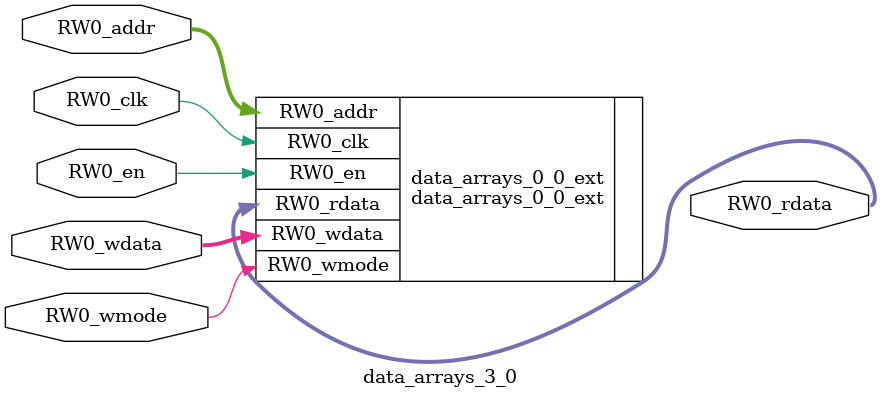
<source format=sv>
`ifndef RANDOMIZE
  `ifdef RANDOMIZE_REG_INIT
    `define RANDOMIZE
  `endif // RANDOMIZE_REG_INIT
`endif // not def RANDOMIZE
`ifndef RANDOMIZE
  `ifdef RANDOMIZE_MEM_INIT
    `define RANDOMIZE
  `endif // RANDOMIZE_MEM_INIT
`endif // not def RANDOMIZE

`ifndef RANDOM
  `define RANDOM $random
`endif // not def RANDOM

// Users can define 'PRINTF_COND' to add an extra gate to prints.
`ifndef PRINTF_COND_
  `ifdef PRINTF_COND
    `define PRINTF_COND_ (`PRINTF_COND)
  `else  // PRINTF_COND
    `define PRINTF_COND_ 1
  `endif // PRINTF_COND
`endif // not def PRINTF_COND_

// Users can define 'ASSERT_VERBOSE_COND' to add an extra gate to assert error printing.
`ifndef ASSERT_VERBOSE_COND_
  `ifdef ASSERT_VERBOSE_COND
    `define ASSERT_VERBOSE_COND_ (`ASSERT_VERBOSE_COND)
  `else  // ASSERT_VERBOSE_COND
    `define ASSERT_VERBOSE_COND_ 1
  `endif // ASSERT_VERBOSE_COND
`endif // not def ASSERT_VERBOSE_COND_

// Users can define 'STOP_COND' to add an extra gate to stop conditions.
`ifndef STOP_COND_
  `ifdef STOP_COND
    `define STOP_COND_ (`STOP_COND)
  `else  // STOP_COND
    `define STOP_COND_ 1
  `endif // STOP_COND
`endif // not def STOP_COND_

// Users can define INIT_RANDOM as general code that gets injected into the
// initializer block for modules with registers.
`ifndef INIT_RANDOM
  `define INIT_RANDOM
`endif // not def INIT_RANDOM

// If using random initialization, you can also define RANDOMIZE_DELAY to
// customize the delay used, otherwise 0.002 is used.
`ifndef RANDOMIZE_DELAY
  `define RANDOMIZE_DELAY 0.002
`endif // not def RANDOMIZE_DELAY

// Define INIT_RANDOM_PROLOG_ for use in our modules below.
`ifndef INIT_RANDOM_PROLOG_
  `ifdef RANDOMIZE
    `ifdef VERILATOR
      `define INIT_RANDOM_PROLOG_ `INIT_RANDOM
    `else  // VERILATOR
      `define INIT_RANDOM_PROLOG_ `INIT_RANDOM #`RANDOMIZE_DELAY begin end
    `endif // VERILATOR
  `else  // RANDOMIZE
    `define INIT_RANDOM_PROLOG_
  `endif // RANDOMIZE
`endif // not def INIT_RANDOM_PROLOG_

module data_arrays_3_0(	// @[DescribedSRAM.scala:17:26]
  input  [7:0]  RW0_addr,
  input         RW0_en,
                RW0_clk,
                RW0_wmode,
  input  [31:0] RW0_wdata,
  output [31:0] RW0_rdata
);

  data_arrays_0_0_ext data_arrays_0_0_ext (	// @[DescribedSRAM.scala:17:26]
    .RW0_addr  (RW0_addr),
    .RW0_en    (RW0_en),
    .RW0_clk   (RW0_clk),
    .RW0_wmode (RW0_wmode),
    .RW0_wdata (RW0_wdata),
    .RW0_rdata (RW0_rdata)
  );
endmodule


</source>
